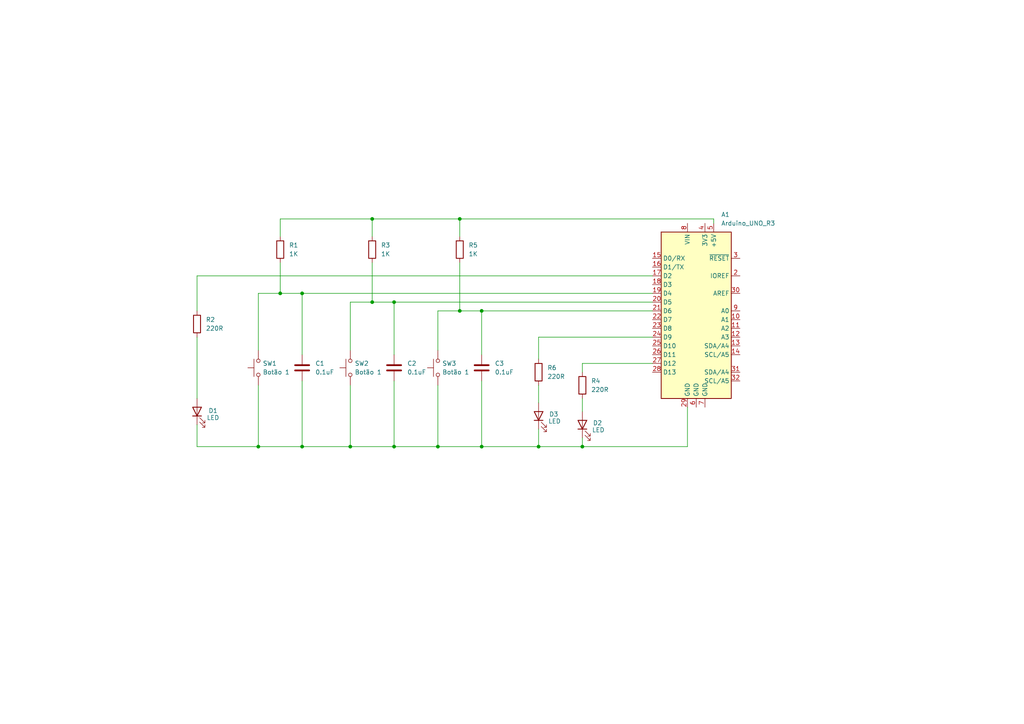
<source format=kicad_sch>
(kicad_sch (version 20250114) (generator "eeschema") (generator_version "9.0")
  (paper "A4")
  (lib_symbols
    (symbol "Device:C" (pin_numbers (hide yes)) (pin_names (offset 0.254))
      (property "Reference" "C" (at 0.635 2.54 0))
      (property "Value" "C" (at 0.635 -2.54 0))
      (symbol "C_0_1"
        (polyline (pts (xy -2.032 0.762) (xy 2.032 0.762)) (stroke (width 0.508)))
        (polyline (pts (xy -2.032 -0.762) (xy 2.032 -0.762)) (stroke (width 0.508)))
      )
      (symbol "C_1_1"
        (pin passive line (at 0 3.81 270) (length 2.794) (name "~") (number "1"))
        (pin passive line (at 0 -3.81 90) (length 2.794) (name "~") (number "2"))
      )
    )
    (symbol "Device:LED" (pin_numbers (hide yes)) (pin_names (offset 1.016) (hide yes))
      (property "Reference" "D" (at 0 2.54 0))
      (property "Value" "LED" (at 0 -2.54 0))
      (symbol "LED_0_1"
        (polyline (pts (xy -3.048 -0.762) (xy -4.572 -2.286) (xy -3.81 -2.286) (xy -4.572 -2.286) (xy -4.572 -1.524)))
        (polyline (pts (xy -1.778 -0.762) (xy -3.302 -2.286) (xy -2.54 -2.286) (xy -3.302 -2.286) (xy -3.302 -1.524)))
        (polyline (pts (xy -1.27 0) (xy 1.27 0)))
        (polyline (pts (xy -1.27 -1.27) (xy -1.27 1.27)) (stroke (width 0.254)))
        (polyline (pts (xy 1.27 -1.27) (xy 1.27 1.27) (xy -1.27 0) (xy 1.27 -1.27)) (stroke (width 0.254)))
      )
      (symbol "LED_1_1"
        (pin passive line (at -3.81 0 0) (length 2.54) (name "K") (number "1"))
        (pin passive line (at 3.81 0 180) (length 2.54) (name "A") (number "2"))
      )
    )
    (symbol "Device:R" (pin_numbers (hide yes)) (pin_names (offset 0))
      (property "Reference" "R" (at 2.032 0 90))
      (property "Value" "R" (at 0 0 90))
      (symbol "R_0_1"
        (rectangle (start -1.016 -2.54) (end 1.016 2.54) (stroke (width 0.254)))
      )
      (symbol "R_1_1"
        (pin passive line (at 0 3.81 270) (length 1.27) (name "~") (number "1"))
        (pin passive line (at 0 -3.81 90) (length 1.27) (name "~") (number "2"))
      )
    )
    (symbol "MCU_Module:Arduino_UNO_R3"
      (property "Reference" "A" (at -10.16 23.495 0))
      (property "Value" "Arduino_UNO_R3" (at 5.08 -26.67 0))
      (symbol "Arduino_UNO_R3_0_1"
        (rectangle (start -10.16 22.86) (end 10.16 -25.4) (stroke (width 0.254)) (fill (type background)))
      )
      (symbol "Arduino_UNO_R3_1_1"
        (pin bidirectional line (at -12.7 15.24 0) (length 2.54) (name "D0/RX") (number "15"))
        (pin bidirectional line (at -12.7 12.7 0) (length 2.54) (name "D1/TX") (number "16"))
        (pin bidirectional line (at -12.7 10.16 0) (length 2.54) (name "D2") (number "17"))
        (pin bidirectional line (at -12.7 7.62 0) (length 2.54) (name "D3") (number "18"))
        (pin bidirectional line (at -12.7 5.08 0) (length 2.54) (name "D4") (number "19"))
        (pin bidirectional line (at -12.7 2.54 0) (length 2.54) (name "D5") (number "20"))
        (pin bidirectional line (at -12.7 0 0) (length 2.54) (name "D6") (number "21"))
        (pin bidirectional line (at -12.7 -2.54 0) (length 2.54) (name "D7") (number "22"))
        (pin bidirectional line (at -12.7 -5.08 0) (length 2.54) (name "D8") (number "23"))
        (pin bidirectional line (at -12.7 -7.62 0) (length 2.54) (name "D9") (number "24"))
        (pin bidirectional line (at -12.7 -10.16 0) (length 2.54) (name "D10") (number "25"))
        (pin bidirectional line (at -12.7 -12.7 0) (length 2.54) (name "D11") (number "26"))
        (pin bidirectional line (at -12.7 -15.24 0) (length 2.54) (name "D12") (number "27"))
        (pin bidirectional line (at -12.7 -17.78 0) (length 2.54) (name "D13") (number "28"))
        (pin no_connect line (at -10.16 -20.32 0) (length 2.54) (hide yes) (name "NC") (number "1"))
        (pin power_in line (at -2.54 25.4 270) (length 2.54) (name "VIN") (number "8"))
        (pin power_in line (at -2.54 -27.94 90) (length 2.54) (name "GND") (number "29"))
        (pin power_in line (at 0 -27.94 90) (length 2.54) (name "GND") (number "6"))
        (pin power_out line (at 2.54 25.4 270) (length 2.54) (name "3V3") (number "4"))
        (pin power_in line (at 2.54 -27.94 90) (length 2.54) (name "GND") (number "7"))
        (pin power_out line (at 5.08 25.4 270) (length 2.54) (name "+5V") (number "5"))
        (pin input line (at 12.7 15.24 180) (length 2.54) (name "~{RESET}") (number "3"))
        (pin output line (at 12.7 10.16 180) (length 2.54) (name "IOREF") (number "2"))
        (pin input line (at 12.7 5.08 180) (length 2.54) (name "AREF") (number "30"))
        (pin bidirectional line (at 12.7 0 180) (length 2.54) (name "A0") (number "9"))
        (pin bidirectional line (at 12.7 -2.54 180) (length 2.54) (name "A1") (number "10"))
        (pin bidirectional line (at 12.7 -5.08 180) (length 2.54) (name "A2") (number "11"))
        (pin bidirectional line (at 12.7 -7.62 180) (length 2.54) (name "A3") (number "12"))
        (pin bidirectional line (at 12.7 -10.16 180) (length 2.54) (name "SDA/A4") (number "13"))
        (pin bidirectional line (at 12.7 -12.7 180) (length 2.54) (name "SCL/A5") (number "14"))
        (pin bidirectional line (at 12.7 -17.78 180) (length 2.54) (name "SDA/A4") (number "31"))
        (pin bidirectional line (at 12.7 -20.32 180) (length 2.54) (name "SCL/A5") (number "32"))
      )
    )
    (symbol "Switch:SW_Push" (pin_numbers (hide yes)) (pin_names (offset 1.016) (hide yes))
      (property "Reference" "SW" (at 1.27 2.54 0))
      (property "Value" "SW_Push" (at 0 -1.524 0))
      (symbol "SW_Push_0_1"
        (circle (center -2.032 0) (radius 0.508))
        (polyline (pts (xy 0 1.27) (xy 0 3.048)))
        (circle (center 2.032 0) (radius 0.508))
        (polyline (pts (xy 2.54 1.27) (xy -2.54 1.27)))
        (pin passive line (at -5.08 0 0) (length 2.54) (name "1") (number "1"))
        (pin passive line (at 5.08 0 180) (length 2.54) (name "2") (number "2"))
      )
    )
  )
  (junction (at 127 129.54))
  (junction (at 107.95 63.5))
  (junction (at 168.91 129.54))
  (junction (at 114.3 129.54))
  (junction (at 74.93 129.54))
  (junction (at 114.3 87.63))
  (junction (at 81.28 85.09))
  (junction (at 139.7 90.17))
  (junction (at 101.6 129.54))
  (junction (at 133.35 90.17))
  (junction (at 156.21 129.54))
  (junction (at 87.63 129.54))
  (junction (at 139.7 129.54))
  (junction (at 87.63 85.09))
  (junction (at 133.35 63.5))
  (junction (at 107.95 87.63))
  (wire (pts (xy 57.15 97.79) (xy 57.15 115.57)))
  (wire (pts (xy 156.21 111.76) (xy 156.21 116.84)))
  (wire (pts (xy 74.93 111.76) (xy 74.93 129.54)))
  (wire (pts (xy 81.28 76.2) (xy 81.28 85.09)))
  (wire (pts (xy 81.28 63.5) (xy 107.95 63.5)))
  (wire (pts (xy 57.15 129.54) (xy 74.93 129.54)))
  (wire (pts (xy 101.6 111.76) (xy 101.6 129.54)))
  (wire (pts (xy 74.93 129.54) (xy 87.63 129.54)))
  (wire (pts (xy 101.6 87.63) (xy 107.95 87.63)))
  (wire (pts (xy 57.15 80.01) (xy 57.15 90.17)))
  (wire (pts (xy 139.7 110.49) (xy 139.7 129.54)))
  (wire (pts (xy 87.63 85.09) (xy 81.28 85.09)))
  (wire (pts (xy 168.91 105.41) (xy 168.91 107.95)))
  (wire (pts (xy 57.15 80.01) (xy 189.23 80.01)))
  (wire (pts (xy 127 129.54) (xy 139.7 129.54)))
  (wire (pts (xy 114.3 87.63) (xy 114.3 102.87)))
  (wire (pts (xy 87.63 110.49) (xy 87.63 129.54)))
  (wire (pts (xy 189.23 97.79) (xy 156.21 97.79)))
  (wire (pts (xy 189.23 105.41) (xy 168.91 105.41)))
  (wire (pts (xy 139.7 129.54) (xy 156.21 129.54)))
  (wire (pts (xy 114.3 110.49) (xy 114.3 129.54)))
  (wire (pts (xy 207.01 63.5) (xy 133.35 63.5)))
  (wire (pts (xy 133.35 76.2) (xy 133.35 90.17)))
  (wire (pts (xy 114.3 87.63) (xy 189.23 87.63)))
  (wire (pts (xy 101.6 129.54) (xy 114.3 129.54)))
  (wire (pts (xy 107.95 76.2) (xy 107.95 87.63)))
  (wire (pts (xy 127 111.76) (xy 127 129.54)))
  (wire (pts (xy 168.91 127) (xy 168.91 129.54)))
  (wire (pts (xy 87.63 129.54) (xy 101.6 129.54)))
  (wire (pts (xy 114.3 129.54) (xy 127 129.54)))
  (wire (pts (xy 87.63 85.09) (xy 87.63 102.87)))
  (wire (pts (xy 189.23 90.17) (xy 139.7 90.17)))
  (wire (pts (xy 81.28 63.5) (xy 81.28 68.58)))
  (wire (pts (xy 74.93 101.6) (xy 74.93 85.09)))
  (wire (pts (xy 156.21 97.79) (xy 156.21 104.14)))
  (wire (pts (xy 156.21 129.54) (xy 168.91 129.54)))
  (wire (pts (xy 127 90.17) (xy 127 101.6)))
  (wire (pts (xy 139.7 90.17) (xy 139.7 102.87)))
  (wire (pts (xy 107.95 87.63) (xy 114.3 87.63)))
  (wire (pts (xy 101.6 101.6) (xy 101.6 87.63)))
  (wire (pts (xy 57.15 123.19) (xy 57.15 129.54)))
  (wire (pts (xy 107.95 63.5) (xy 107.95 68.58)))
  (wire (pts (xy 133.35 63.5) (xy 133.35 68.58)))
  (wire (pts (xy 133.35 63.5) (xy 107.95 63.5)))
  (wire (pts (xy 74.93 85.09) (xy 81.28 85.09)))
  (wire (pts (xy 207.01 64.77) (xy 207.01 63.5)))
  (wire (pts (xy 156.21 124.46) (xy 156.21 129.54)))
  (wire (pts (xy 168.91 129.54) (xy 199.39 129.54)))
  (wire (pts (xy 168.91 115.57) (xy 168.91 119.38)))
  (wire (pts (xy 133.35 90.17) (xy 139.7 90.17)))
  (wire (pts (xy 199.39 129.54) (xy 199.39 118.11)))
  (wire (pts (xy 87.63 85.09) (xy 189.23 85.09)))
  (wire (pts (xy 127 90.17) (xy 133.35 90.17)))
  (symbol (lib_id "Switch:SW_Push") (at 101.6 106.68 90) (unit 1)
    (property "Reference" "SW2" (at 102.87 105.4099 90) (effects (justify right)))
    (property "Value" "Botão 1" (at 102.87 107.95 90) (effects (justify right)))
    (property "Description" "Push button switch, generic, two pins" (effects (hide yes)))
  )
  (symbol (lib_id "Device:C") (at 114.3 106.68 0) (unit 1)
    (property "Reference" "C2" (at 118.11 105.4099 0) (effects (justify left)))
    (property "Value" "0.1uF" (at 118.11 107.9499 0) (effects (justify left)))
    (property "Description" "Unpolarized capacitor" (effects (hide yes)))
  )
  (symbol (lib_id "Switch:SW_Push") (at 74.93 106.68 90) (unit 1)
    (property "Reference" "SW1" (at 76.2 105.4099 90) (effects (justify right)))
    (property "Value" "Botão 1" (at 76.2 107.95 90) (effects (justify right)))
    (property "Description" "Push button switch, generic, two pins" (effects (hide yes)))
  )
  (symbol (lib_id "Device:C") (at 87.63 106.68 0) (unit 1)
    (property "Reference" "C1" (at 91.44 105.4099 0) (effects (justify left)))
    (property "Value" "0.1uF" (at 91.44 107.9499 0) (effects (justify left)))
    (property "Description" "Unpolarized capacitor" (effects (hide yes)))
  )
  (symbol (lib_id "Device:R") (at 107.95 72.39 0) (unit 1)
    (property "Reference" "R3" (at 110.49 71.1199 0) (effects (justify left)))
    (property "Value" "1K" (at 110.49 73.6599 0) (effects (justify left)))
    (property "Description" "Resistor" (effects (hide yes)))
  )
  (symbol (lib_id "Device:R") (at 168.91 111.76 0) (unit 1)
    (property "Reference" "R4" (at 171.45 110.4899 0) (effects (justify left)))
    (property "Value" "220R" (at 171.45 113.0299 0) (effects (justify left)))
    (property "Description" "Resistor" (effects (hide yes)))
  )
  (symbol (lib_id "Device:LED") (at 57.15 119.38 90) (unit 1)
    (property "Reference" "D1" (at 60.452 119.126 90) (effects (justify right)))
    (property "Value" "LED" (at 59.944 121.158 90) (effects (justify right)))
    (property "Description" "Light emitting diode" (effects (hide yes)))
    (property "Sim.Pins" "1=K 2=A" (effects (hide yes)))
  )
  (symbol (lib_id "Device:R") (at 81.28 72.39 0) (unit 1)
    (property "Reference" "R1" (at 83.82 71.1199 0) (effects (justify left)))
    (property "Value" "1K" (at 83.82 73.6599 0) (effects (justify left)))
    (property "Description" "Resistor" (effects (hide yes)))
  )
  (symbol (lib_id "Device:LED") (at 168.91 123.19 90) (unit 1)
    (property "Reference" "D2" (at 171.958 122.682 90) (effects (justify right)))
    (property "Value" "LED" (at 171.704 124.714 90) (effects (justify right)))
    (property "Description" "Light emitting diode" (effects (hide yes)))
    (property "Sim.Pins" "1=K 2=A" (effects (hide yes)))
  )
  (symbol (lib_id "Switch:SW_Push") (at 127 106.68 90) (unit 1)
    (property "Reference" "SW3" (at 128.27 105.4099 90) (effects (justify right)))
    (property "Value" "Botão 1" (at 128.27 107.95 90) (effects (justify right)))
    (property "Description" "Push button switch, generic, two pins" (effects (hide yes)))
  )
  (symbol (lib_id "MCU_Module:Arduino_UNO_R3") (at 201.93 90.17 0) (unit 1)
    (property "Reference" "A1" (at 209.1533 62.23 0) (effects (justify left)))
    (property "Value" "Arduino_UNO_R3" (at 209.1533 64.77 0) (effects (justify left)))
    (property "Footprint" "Module:Arduino_UNO_R3" (effects (hide yes)))
    (property "Datasheet" "https://www.arduino.cc/en/Main/arduinoBoardUno" (effects (hide yes)))
    (property "Description" "Arduino UNO Microcontroller Module, release 3" (effects (hide yes)))
  )
  (symbol (lib_id "Device:C") (at 139.7 106.68 0) (unit 1)
    (property "Reference" "C3" (at 143.51 105.4099 0) (effects (justify left)))
    (property "Value" "0.1uF" (at 143.51 107.9499 0) (effects (justify left)))
    (property "Description" "Unpolarized capacitor" (effects (hide yes)))
  )
  (symbol (lib_id "Device:R") (at 57.15 93.98 0) (unit 1)
    (property "Reference" "R2" (at 59.69 92.7099 0) (effects (justify left)))
    (property "Value" "220R" (at 59.69 95.2499 0) (effects (justify left)))
    (property "Description" "Resistor" (effects (hide yes)))
  )
  (symbol (lib_id "Device:LED") (at 156.21 120.65 90) (unit 1)
    (property "Reference" "D3" (at 159.258 120.142 90) (effects (justify right)))
    (property "Value" "LED" (at 159.004 122.174 90) (effects (justify right)))
    (property "Description" "Light emitting diode" (effects (hide yes)))
    (property "Sim.Pins" "1=K 2=A" (effects (hide yes)))
  )
  (symbol (lib_id "Device:R") (at 133.35 72.39 0) (unit 1)
    (property "Reference" "R5" (at 135.89 71.1199 0) (effects (justify left)))
    (property "Value" "1K" (at 135.89 73.6599 0) (effects (justify left)))
    (property "Description" "Resistor" (effects (hide yes)))
  )
  (symbol (lib_id "Device:R") (at 156.21 107.95 0) (unit 1)
    (property "Reference" "R6" (at 158.75 106.6799 0) (effects (justify left)))
    (property "Value" "220R" (at 158.75 109.2199 0) (effects (justify left)))
    (property "Description" "Resistor" (effects (hide yes)))
  )
)
</source>
